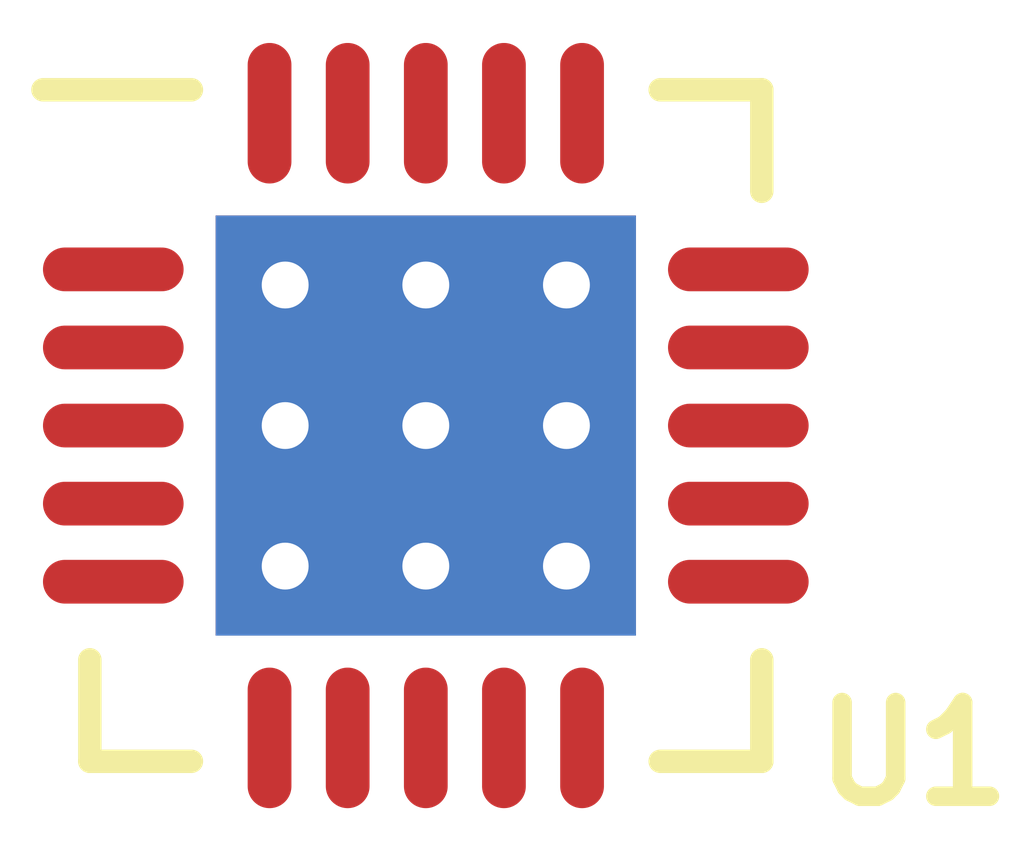
<source format=kicad_pcb>
(kicad_pcb (version 20201002) (generator pcbnew)

  (general
    (thickness 0.6)
  )

  (paper "A4" portrait)
  (layers
    (0 "F.Cu" signal)
    (31 "B.Cu" signal)
    (34 "B.Paste" user)
    (35 "F.Paste" user)
    (36 "B.SilkS" user "B.Silkscreen")
    (37 "F.SilkS" user "F.Silkscreen")
    (38 "B.Mask" user)
    (39 "F.Mask" user)
    (40 "Dwgs.User" user "User.Drawings")
    (41 "Cmts.User" user "User.Comments")
    (42 "Eco1.User" user "User.Eco1")
    (43 "Eco2.User" user "User.Eco2")
    (44 "Edge.Cuts" user)
    (45 "Margin" user)
    (46 "B.CrtYd" user "B.Courtyard")
    (47 "F.CrtYd" user "F.Courtyard")
    (48 "B.Fab" user)
    (49 "F.Fab" user)
  )

  (setup
    (grid_origin 118.35 87.8)
    (pcbplotparams
      (layerselection 0x0020000_7ffffffe)
      (disableapertmacros false)
      (usegerberextensions true)
      (usegerberattributes false)
      (usegerberadvancedattributes false)
      (creategerberjobfile false)
      (svguseinch false)
      (svgprecision 6)
      (excludeedgelayer false)
      (plotframeref false)
      (viasonmask false)
      (mode 1)
      (useauxorigin false)
      (hpglpennumber 1)
      (hpglpenspeed 20)
      (hpglpendiameter 15.000000)
      (psnegative false)
      (psa4output false)
      (plotreference true)
      (plotvalue false)
      (plotinvisibletext false)
      (sketchpadsonfab false)
      (subtractmaskfromsilk false)
      (outputformat 1)
      (mirror false)
      (drillshape 0)
      (scaleselection 1)
      (outputdirectory "output/")
    )
  )


  (net 0 "")

  (module "Library:QFN-20_EPthermal_4x4_Pitch0.5mm" (layer "F.Cu") (tedit 5A577FBB) (tstamp 45b7cde5-bc80-41b4-aa8e-41957f86bdb8)
    (at 111.85 167.8)
    (solder_mask_margin 0.05)
    (attr smd)
    (fp_text reference "U1" (at 3.1212 2.10262) (layer "F.SilkS")
      (effects (font (size 0.6 0.6) (thickness 0.125)))
      (tstamp 8b4262ff-30a3-4738-9376-1c809710ad89)
    )
    (fp_text value "DRV8662" (at -0.95 1.55) (layer "F.Fab")
      (effects (font (size 0.2 0.2) (thickness 0.04)))
      (tstamp 5f9a7236-4a12-4d4e-8a5e-887c58ad8dec)
    )
    (fp_line (start 1.5 2.15) (end 2.15 2.15) (layer "F.SilkS") (width 0.15) (tstamp 327d2c64-87cf-402c-afdd-ed5a14beeb7e))
    (fp_line (start -1.5 2.15) (end -2.15 2.15) (layer "F.SilkS") (width 0.15) (tstamp 6a1ed244-ec32-45a6-b784-c506ab3c221b))
    (fp_line (start -1.5 -2.15) (end -2.45 -2.15) (layer "F.SilkS") (width 0.15) (tstamp 75225048-9669-4639-ac49-c0a544a1eafa))
    (fp_line (start 1.5 -2.15) (end 2.15 -2.15) (layer "F.SilkS") (width 0.15) (tstamp 7944d492-4921-47c1-a264-5b48b2ae90a5))
    (fp_line (start 2.15 2.15) (end 2.15 1.5) (layer "F.SilkS") (width 0.15) (tstamp 7c24d088-1c24-4609-910e-7f97e05d7552))
    (fp_line (start 2.15 -2.15) (end 2.15 -1.5) (layer "F.SilkS") (width 0.15) (tstamp c3ec1833-b076-414f-805b-967aa57886cd))
    (fp_line (start -2.15 2.15) (end -2.15 1.5) (layer "F.SilkS") (width 0.15) (tstamp d2f67dea-2553-4e93-891f-77c862864ea6))
    (fp_line (start -2.7 -2.7) (end 2.7 -2.7) (layer "F.CrtYd") (width 0.05) (tstamp 36f09194-9ad6-4b52-b405-d3bd5ea8e9e6))
    (fp_line (start 2.7 2.7) (end -2.7 2.7) (layer "F.CrtYd") (width 0.05) (tstamp 6e9c91e8-ae74-4418-8f8a-46261d4f8e63))
    (fp_line (start -2.7 2.7) (end -2.7 -2.7) (layer "F.CrtYd") (width 0.05) (tstamp deb91194-cc4f-4bb7-bf04-6785f76afef6))
    (fp_line (start 2.7 -2.7) (end 2.7 2.7) (layer "F.CrtYd") (width 0.05) (tstamp e00ef1b1-d5b2-4815-8652-d067f42c7c52))
    (fp_line (start 2 -2) (end -1 -2) (layer "F.Fab") (width 0.15) (tstamp 3a9112de-af1c-4faf-b4ab-9a961b86ff75))
    (fp_line (start -2 -1) (end -2 2) (layer "F.Fab") (width 0.15) (tstamp 4e9f2468-ca53-4094-a969-dad35490bef5))
    (fp_line (start -2 2) (end 2 2) (layer "F.Fab") (width 0.15) (tstamp 7d98b9b4-7fa5-4ec2-b289-94599c56eb28))
    (fp_line (start 2 2) (end 2 -2) (layer "F.Fab") (width 0.15) (tstamp a8e95b8b-1ba3-4b98-a49a-a1379bbfc6a4))
    (fp_line (start -1 -2) (end -2 -1) (layer "F.Fab") (width 0.15) (tstamp bb4d5b22-c955-448b-ba2c-e21d20421eb0))
    (pad "" smd rect (at 0.7 -0.45 180) (size 1.15 0.5) (layers "F.Paste")
      (solder_paste_margin -0.001) (solder_paste_margin_ratio -0.00001) (tstamp 53be17fd-90aa-45c2-8960-2aac1f09b2b7))
    (pad "" smd rect (at 0.45 0 270) (size 2.5 0.5) (layers "F.Paste")
      (solder_paste_margin -0.001) (solder_paste_margin_ratio -0.00001) (tstamp 7b955d4c-951f-47ab-9cb9-d3535edabc4d))
    (pad "" smd rect (at -0.7 -0.45 180) (size 1.15 0.5) (layers "F.Paste")
      (solder_paste_margin -0.001) (solder_paste_margin_ratio -0.00001) (tstamp 7f5d1a78-4bf0-4a63-a6a7-e9f734b54bca))
    (pad "" smd rect (at -0.7 0.45 180) (size 1.15 0.5) (layers "F.Paste")
      (solder_paste_margin -0.001) (solder_paste_margin_ratio -0.00001) (tstamp 8b4516fb-bc3a-404c-a00d-38569b343da5))
    (pad "" smd rect (at 0.7 0.45 180) (size 1.15 0.5) (layers "F.Paste")
      (solder_paste_margin -0.001) (solder_paste_margin_ratio -0.00001) (tstamp c8fba975-8e7c-403e-ae9c-49154d2b6189))
    (pad "" smd rect (at -0.45 0 270) (size 2.5 0.5) (layers "F.Paste")
      (solder_paste_margin -0.001) (solder_paste_margin_ratio -0.00001) (tstamp ef12e846-e57f-4e28-9f2e-3f00e11c197e))
    (pad "1" smd oval (at -2 -1 90) (size 0.28 0.9) (layers "F.Cu" "F.Paste" "F.Mask") (tstamp 768a7468-1753-4223-902f-76af41e9fac5))
    (pad "2" smd oval (at -2 -0.5 90) (size 0.28 0.9) (layers "F.Cu" "F.Paste" "F.Mask") (tstamp 6b1c48fe-8c58-4c07-84bd-19466c67d61e))
    (pad "3" smd oval (at -2 0 90) (size 0.28 0.9) (layers "F.Cu" "F.Paste" "F.Mask") (tstamp b4e991e0-48e3-4f1e-8958-eb74f1605ff3))
    (pad "4" smd oval (at -2 0.5 90) (size 0.28 0.9) (layers "F.Cu" "F.Paste" "F.Mask") (tstamp c469c387-729d-49e0-ba07-d3274e6750f2))
    (pad "5" smd oval (at -2 1 90) (size 0.28 0.9) (layers "F.Cu" "F.Paste" "F.Mask") (tstamp 91136658-66ff-4f6e-a83a-eb428d0a82ec))
    (pad "6" smd oval (at -1 2) (size 0.28 0.9) (layers "F.Cu" "F.Paste" "F.Mask") (tstamp e6e435c1-f3b5-432d-baed-6a3b0d037e6f))
    (pad "7" smd oval (at -0.5 2) (size 0.28 0.9) (layers "F.Cu" "F.Paste" "F.Mask") (tstamp 648b167b-9735-4366-8574-8291918326c0))
    (pad "8" smd oval (at 0 2) (size 0.28 0.9) (layers "F.Cu" "F.Paste" "F.Mask") (tstamp d4fc124e-fd92-44fe-bfff-dbde2578cede))
    (pad "9" smd oval (at 0.5 2) (size 0.28 0.9) (layers "F.Cu" "F.Paste" "F.Mask") (tstamp 5a9cc9c0-cb48-4734-8d45-42b2d71efaa8))
    (pad "10" smd oval (at 1 2) (size 0.28 0.9) (layers "F.Cu" "F.Paste" "F.Mask") (tstamp 5f46267a-8bbd-46df-b186-11bf6c0aeae2))
    (pad "11" smd oval (at 2 1 90) (size 0.28 0.9) (layers "F.Cu" "F.Paste" "F.Mask") (tstamp 6e62e90e-49b3-4580-80df-b98eb8e6bdd3))
    (pad "12" smd oval (at 2 0.5 90) (size 0.28 0.9) (layers "F.Cu" "F.Paste" "F.Mask") (tstamp 688d58dc-5cb4-4847-94fb-89376c16c1b1))
    (pad "13" smd oval (at 2 0 90) (size 0.28 0.9) (layers "F.Cu" "F.Paste" "F.Mask") (tstamp 4e747f0e-c64a-47de-bbfc-9a80d6053f48))
    (pad "14" smd oval (at 2 -0.5 90) (size 0.28 0.9) (layers "F.Cu" "F.Paste" "F.Mask") (tstamp a86fee9b-e895-4625-af7b-1bbbcaa60a1b))
    (pad "15" smd oval (at 2 -1 90) (size 0.28 0.9) (layers "F.Cu" "F.Paste" "F.Mask") (tstamp 3a07e109-54f7-47e0-b916-a4bf49106377))
    (pad "16" smd oval (at 1 -2) (size 0.28 0.9) (layers "F.Cu" "F.Paste" "F.Mask") (tstamp b79e63c3-00af-402c-9f78-8748b728dabb))
    (pad "17" smd oval (at 0.5 -2) (size 0.28 0.9) (layers "F.Cu" "F.Paste" "F.Mask") (tstamp c49d8a2a-516e-4c7c-8a70-3d52e15a470e))
    (pad "18" smd oval (at 0 -2) (size 0.28 0.9) (layers "F.Cu" "F.Paste" "F.Mask") (tstamp 73f5fd23-6004-41c3-93d4-82d07b0b753f))
    (pad "19" smd oval (at -0.5 -2) (size 0.28 0.9) (layers "F.Cu" "F.Paste" "F.Mask") (tstamp 8c8282eb-b554-4fc9-a715-20220d73947d))
    (pad "20" smd oval (at -1 -2) (size 0.28 0.9) (layers "F.Cu" "F.Paste" "F.Mask") (tstamp b05e47c7-918e-499c-a5da-c457afef2e5c))
    (pad "21" smd rect (at 0 0) (size 2.69 2.69) (layers "F.Cu" "F.Mask")
      (solder_paste_margin -0.1) (solder_paste_margin_ratio -0.5) (tstamp 0ee5314f-6106-43e6-98d8-f37806cc06dc))
    (pad "21" thru_hole circle (at 0 0) (size 0.45 0.45) (drill 0.3) (layers *.Cu)
      (solder_paste_margin_ratio -0.5) (tstamp 2dc81eab-8a72-457b-8a91-39614ced35b3))
    (pad "21" thru_hole circle (at 0.9 -0.9) (size 0.45 0.45) (drill 0.3) (layers *.Cu)
      (solder_paste_margin_ratio -0.5) (tstamp 52012ffa-7aa6-4d85-84f0-9f2f9f9df1c4))
    (pad "21" thru_hole circle (at 0 0.9) (size 0.45 0.45) (drill 0.3) (layers *.Cu)
      (solder_paste_margin_ratio -0.5) (tstamp 5225ad7d-bb06-4401-bdb8-110ab2b0aade))
    (pad "21" thru_hole circle (at 0.9 0.9) (size 0.45 0.45) (drill 0.3) (layers *.Cu)
      (solder_paste_margin_ratio -0.5) (tstamp 6ea7d2d3-6d72-47b6-87b1-f7adc48bf14a))
    (pad "21" thru_hole circle (at -0.9 -0.9) (size 0.45 0.45) (drill 0.3) (layers *.Cu)
      (solder_paste_margin_ratio -0.5) (tstamp 70d30e2f-895f-491c-9c54-437a2ccac849))
    (pad "21" thru_hole circle (at 0 -0.9) (size 0.45 0.45) (drill 0.3) (layers *.Cu)
      (solder_paste_margin_ratio -0.5) (tstamp 77d71e37-7032-46a2-8537-6d07e9ba2472))
    (pad "21" smd rect (at 0 0) (size 2.69 2.69) (layers "B.Cu")
      (solder_paste_margin -0.1) (solder_paste_margin_ratio -0.5) (tstamp 8450d738-e08f-4bb2-8086-d58a63ba384c))
    (pad "21" thru_hole circle (at -0.9 0) (size 0.45 0.45) (drill 0.3) (layers *.Cu)
      (solder_paste_margin_ratio -0.5) (tstamp 8ff0f344-6a82-4ed0-96d9-64833fc41a86))
    (pad "21" thru_hole circle (at 0.9 0) (size 0.45 0.45) (drill 0.3) (layers *.Cu)
      (solder_paste_margin_ratio -0.5) (tstamp bfcd3d32-8e9a-4760-ae2b-b32e0778299a))
    (pad "21" thru_hole circle (at -0.9 0.9) (size 0.45 0.45) (drill 0.3) (layers *.Cu)
      (solder_paste_margin_ratio -0.5) (tstamp dba7fae7-a726-4eff-bcfe-fa5080a06b44))
  )

)

</source>
